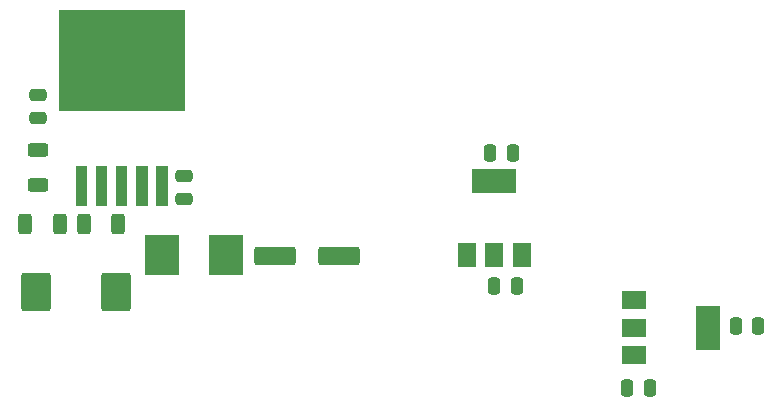
<source format=gbr>
%TF.GenerationSoftware,KiCad,Pcbnew,7.0.8*%
%TF.CreationDate,2023-12-06T00:15:51+05:30*%
%TF.ProjectId,PD Board,50442042-6f61-4726-942e-6b696361645f,V04*%
%TF.SameCoordinates,Original*%
%TF.FileFunction,Paste,Top*%
%TF.FilePolarity,Positive*%
%FSLAX46Y46*%
G04 Gerber Fmt 4.6, Leading zero omitted, Abs format (unit mm)*
G04 Created by KiCad (PCBNEW 7.0.8) date 2023-12-06 00:15:51*
%MOMM*%
%LPD*%
G01*
G04 APERTURE LIST*
G04 Aperture macros list*
%AMRoundRect*
0 Rectangle with rounded corners*
0 $1 Rounding radius*
0 $2 $3 $4 $5 $6 $7 $8 $9 X,Y pos of 4 corners*
0 Add a 4 corners polygon primitive as box body*
4,1,4,$2,$3,$4,$5,$6,$7,$8,$9,$2,$3,0*
0 Add four circle primitives for the rounded corners*
1,1,$1+$1,$2,$3*
1,1,$1+$1,$4,$5*
1,1,$1+$1,$6,$7*
1,1,$1+$1,$8,$9*
0 Add four rect primitives between the rounded corners*
20,1,$1+$1,$2,$3,$4,$5,0*
20,1,$1+$1,$4,$5,$6,$7,0*
20,1,$1+$1,$6,$7,$8,$9,0*
20,1,$1+$1,$8,$9,$2,$3,0*%
G04 Aperture macros list end*
%ADD10C,0.010000*%
%ADD11RoundRect,0.250000X-0.312500X-0.625000X0.312500X-0.625000X0.312500X0.625000X-0.312500X0.625000X0*%
%ADD12R,2.950000X3.500000*%
%ADD13R,1.500000X2.000000*%
%ADD14R,3.800000X2.000000*%
%ADD15RoundRect,0.250000X0.475000X-0.250000X0.475000X0.250000X-0.475000X0.250000X-0.475000X-0.250000X0*%
%ADD16RoundRect,0.250000X-1.500000X-0.550000X1.500000X-0.550000X1.500000X0.550000X-1.500000X0.550000X0*%
%ADD17RoundRect,0.250000X1.000000X-1.400000X1.000000X1.400000X-1.000000X1.400000X-1.000000X-1.400000X0*%
%ADD18RoundRect,0.250000X-0.250000X-0.475000X0.250000X-0.475000X0.250000X0.475000X-0.250000X0.475000X0*%
%ADD19RoundRect,0.250000X0.250000X0.475000X-0.250000X0.475000X-0.250000X-0.475000X0.250000X-0.475000X0*%
%ADD20RoundRect,0.250000X0.625000X-0.312500X0.625000X0.312500X-0.625000X0.312500X-0.625000X-0.312500X0*%
%ADD21R,2.000000X1.500000*%
%ADD22R,2.000000X3.800000*%
G04 APERTURE END LIST*
%TO.C,U2*%
D10*
X206250000Y-90250000D02*
X205350000Y-90250000D01*
X205350000Y-86950000D01*
X206250000Y-86950000D01*
X206250000Y-90250000D01*
G36*
X206250000Y-90250000D02*
G01*
X205350000Y-90250000D01*
X205350000Y-86950000D01*
X206250000Y-86950000D01*
X206250000Y-90250000D01*
G37*
X207950000Y-90250000D02*
X207050000Y-90250000D01*
X207050000Y-86950000D01*
X207950000Y-86950000D01*
X207950000Y-90250000D01*
G36*
X207950000Y-90250000D02*
G01*
X207050000Y-90250000D01*
X207050000Y-86950000D01*
X207950000Y-86950000D01*
X207950000Y-90250000D01*
G37*
X209650000Y-90250000D02*
X208750000Y-90250000D01*
X208750000Y-86950000D01*
X209650000Y-86950000D01*
X209650000Y-90250000D01*
G36*
X209650000Y-90250000D02*
G01*
X208750000Y-90250000D01*
X208750000Y-86950000D01*
X209650000Y-86950000D01*
X209650000Y-90250000D01*
G37*
X211350000Y-90250000D02*
X210450000Y-90250000D01*
X210450000Y-86950000D01*
X211350000Y-86950000D01*
X211350000Y-90250000D01*
G36*
X211350000Y-90250000D02*
G01*
X210450000Y-90250000D01*
X210450000Y-86950000D01*
X211350000Y-86950000D01*
X211350000Y-90250000D01*
G37*
X213050000Y-90250000D02*
X212150000Y-90250000D01*
X212150000Y-86950000D01*
X213050000Y-86950000D01*
X213050000Y-90250000D01*
G36*
X213050000Y-90250000D02*
G01*
X212150000Y-90250000D01*
X212150000Y-86950000D01*
X213050000Y-86950000D01*
X213050000Y-90250000D01*
G37*
X214500000Y-82250000D02*
X203900000Y-82250000D01*
X203900000Y-73750000D01*
X214500000Y-73750000D01*
X214500000Y-82250000D01*
G36*
X214500000Y-82250000D02*
G01*
X203900000Y-82250000D01*
X203900000Y-73750000D01*
X214500000Y-73750000D01*
X214500000Y-82250000D01*
G37*
%TD*%
D11*
%TO.C,R2*%
X206037500Y-91850000D03*
X208962500Y-91850000D03*
%TD*%
D12*
%TO.C,L1*%
X218075000Y-94550000D03*
X212625000Y-94550000D03*
%TD*%
D11*
%TO.C,R1*%
X201087500Y-91850000D03*
X204012500Y-91850000D03*
%TD*%
D13*
%TO.C,U5*%
X238500000Y-94550000D03*
X240800000Y-94550000D03*
D14*
X240800000Y-88250000D03*
D13*
X243100000Y-94550000D03*
%TD*%
D15*
%TO.C,C2*%
X214550000Y-89750000D03*
X214550000Y-87850000D03*
%TD*%
%TO.C,C4*%
X202150000Y-82900000D03*
X202150000Y-81000000D03*
%TD*%
D16*
%TO.C,C1*%
X222250000Y-94600000D03*
X227650000Y-94600000D03*
%TD*%
D17*
%TO.C,D1*%
X202000000Y-97650000D03*
X208800000Y-97650000D03*
%TD*%
D18*
%TO.C,C11*%
X252050000Y-105750000D03*
X253950000Y-105750000D03*
%TD*%
D19*
%TO.C,C9*%
X242700000Y-97150000D03*
X240800000Y-97150000D03*
%TD*%
D18*
%TO.C,C10*%
X261250000Y-100500000D03*
X263150000Y-100500000D03*
%TD*%
D20*
%TO.C,R3*%
X202200000Y-88562500D03*
X202200000Y-85637500D03*
%TD*%
D21*
%TO.C,U4*%
X252600000Y-98350000D03*
X252600000Y-100650000D03*
D22*
X258900000Y-100650000D03*
D21*
X252600000Y-102950000D03*
%TD*%
D18*
%TO.C,C12*%
X240450000Y-85850000D03*
X242350000Y-85850000D03*
%TD*%
M02*

</source>
